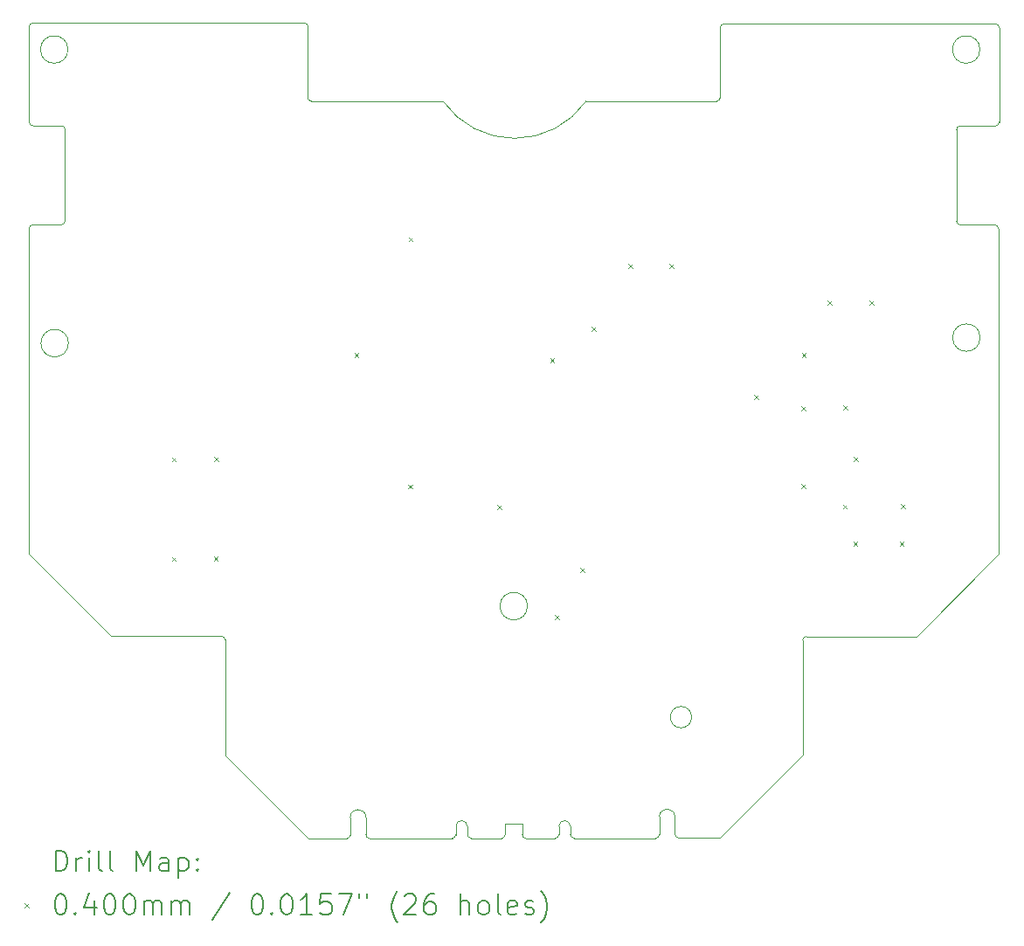
<source format=gbr>
%TF.GenerationSoftware,KiCad,Pcbnew,7.0.8*%
%TF.CreationDate,2023-12-31T22:13:18+00:00*%
%TF.ProjectId,pce-gt-controller,7063652d-6774-42d6-936f-6e74726f6c6c,rev?*%
%TF.SameCoordinates,Original*%
%TF.FileFunction,Drillmap*%
%TF.FilePolarity,Positive*%
%FSLAX45Y45*%
G04 Gerber Fmt 4.5, Leading zero omitted, Abs format (unit mm)*
G04 Created by KiCad (PCBNEW 7.0.8) date 2023-12-31 22:13:18*
%MOMM*%
%LPD*%
G01*
G04 APERTURE LIST*
%ADD10C,0.100000*%
%ADD11C,0.200000*%
%ADD12C,0.040000*%
G04 APERTURE END LIST*
D10*
X16019973Y-6689741D02*
X17282000Y-6689741D01*
X10934000Y-7887244D02*
G75*
G03*
X10969755Y-7851491I0J35755D01*
G01*
X15719491Y-13834754D02*
X15435000Y-13835000D01*
X13323754Y-5968000D02*
G75*
G03*
X13288000Y-5932245I-35755J0D01*
G01*
X13884245Y-13631509D02*
G75*
G03*
X13734232Y-13631509I-75007J0D01*
G01*
X20015755Y-11081000D02*
X19217000Y-11879754D01*
X17318472Y-6654000D02*
X17318472Y-5978000D01*
X17354282Y-5941528D02*
X19962000Y-5941528D01*
X16729232Y-13627000D02*
X16729232Y-13798000D01*
X11418000Y-11875245D02*
X10623000Y-11080246D01*
X20015755Y-11038000D02*
X20015755Y-11081000D01*
X14869245Y-13721000D02*
G75*
G03*
X14757245Y-13721000I-56000J0D01*
G01*
X19608526Y-7853000D02*
G75*
G03*
X19644282Y-7888754I35755J0D01*
G01*
X15867245Y-13798000D02*
G75*
G03*
X15903000Y-13833754I35755J0D01*
G01*
X15719491Y-13834755D02*
G75*
G03*
X15755245Y-13799000I-1J35756D01*
G01*
X14632027Y-6689741D02*
X13356000Y-6689741D01*
X12521704Y-11911000D02*
G75*
G03*
X12485947Y-11875245I-35755J0D01*
G01*
X20015756Y-7924509D02*
G75*
G03*
X19980000Y-7888754I-35756J-1D01*
G01*
X12485947Y-11875245D02*
X11418000Y-11875245D01*
X18153000Y-11879755D02*
G75*
G03*
X18117246Y-11915509I0J-35755D01*
G01*
X13698478Y-13838262D02*
G75*
G03*
X13734232Y-13802509I2J35752D01*
G01*
X16879246Y-13795491D02*
X16879246Y-13627000D01*
X10934000Y-6929245D02*
X10659000Y-6929245D01*
X19835395Y-6190000D02*
G75*
G03*
X19835395Y-6190000I-133000J0D01*
G01*
X17282718Y-6689752D02*
G75*
G03*
X17318472Y-6654000I2J35752D01*
G01*
X13884245Y-13800000D02*
X13884245Y-13631509D01*
X16693478Y-13833752D02*
G75*
G03*
X16729232Y-13798000I2J35752D01*
G01*
X12521701Y-13033965D02*
X12521701Y-11911000D01*
X13320249Y-6653986D02*
G75*
G03*
X13356000Y-6689741I35751J-4D01*
G01*
X13698478Y-13838263D02*
X13326000Y-13838263D01*
X10623246Y-6893491D02*
X10623246Y-5968000D01*
X10623245Y-6893491D02*
G75*
G03*
X10659000Y-6929245I35756J1D01*
G01*
X19698000Y-6930754D02*
X19644282Y-6930754D01*
X19644282Y-7888754D02*
X19980000Y-7888754D01*
X10659000Y-5932245D02*
X13288000Y-5932245D01*
X14869245Y-13799000D02*
X14869245Y-13721000D01*
X18117246Y-13029000D02*
X17315000Y-13831245D01*
X20021472Y-6895000D02*
X20021472Y-6844000D01*
X15198718Y-13835472D02*
G75*
G03*
X15234472Y-13799718I2J35752D01*
G01*
X19217000Y-11879754D02*
X18153000Y-11879754D01*
X10623000Y-11080246D02*
X10623000Y-7923000D01*
X15399000Y-13693000D02*
X15399245Y-13799245D01*
X20021472Y-5977282D02*
X20021472Y-6844000D01*
X10659000Y-5932245D02*
G75*
G03*
X10623246Y-5968000I0J-35755D01*
G01*
X14721491Y-13835755D02*
G75*
G03*
X14757245Y-13800000I-1J35756D01*
G01*
X15755245Y-13720000D02*
X15755245Y-13799000D01*
X16693478Y-13833754D02*
X15903000Y-13833754D01*
X14757245Y-13721000D02*
X14757245Y-13800000D01*
X19985718Y-6930754D02*
X19698000Y-6930754D01*
X19644282Y-6930758D02*
G75*
G03*
X19608528Y-6966509I-2J-35752D01*
G01*
X14632027Y-6689741D02*
G75*
G03*
X16019973Y-6689741I693973J485925D01*
G01*
X15399250Y-13799245D02*
G75*
G03*
X15435000Y-13835000I35750J-5D01*
G01*
X13734232Y-13631509D02*
X13734232Y-13802509D01*
X13326000Y-13838263D02*
X12521701Y-13033965D01*
X15234472Y-13799718D02*
X15234472Y-13693000D01*
X15451000Y-11585000D02*
G75*
G03*
X15451000Y-11585000I-133000J0D01*
G01*
X19608528Y-6966509D02*
X19608528Y-7853000D01*
X10969755Y-7851491D02*
X10969755Y-6965000D01*
X15198718Y-13835472D02*
X14905000Y-13834754D01*
X17315000Y-13831245D02*
X16915000Y-13831245D01*
X17042000Y-12661000D02*
G75*
G03*
X17042000Y-12661000I-103238J0D01*
G01*
X17354282Y-5941528D02*
G75*
G03*
X17318528Y-5977282I-2J-35752D01*
G01*
X19985718Y-5941528D02*
X19962000Y-5941528D01*
X15234472Y-13693000D02*
X15399000Y-13693000D01*
X10969755Y-6965000D02*
G75*
G03*
X10934000Y-6929245I-35755J0D01*
G01*
X16879245Y-13795491D02*
G75*
G03*
X16915000Y-13831245I35756J1D01*
G01*
X19985718Y-6930752D02*
G75*
G03*
X20021472Y-6895000I2J35752D01*
G01*
X13884245Y-13800000D02*
G75*
G03*
X13920000Y-13835754I35755J0D01*
G01*
X10658755Y-7887245D02*
X10934000Y-7887245D01*
X10998000Y-6190000D02*
G75*
G03*
X10998000Y-6190000I-133000J0D01*
G01*
X18117246Y-11915509D02*
X18117246Y-13029000D01*
X11002395Y-9036000D02*
G75*
G03*
X11002395Y-9036000I-133000J0D01*
G01*
X20015755Y-7924509D02*
X20015755Y-11038000D01*
X15867245Y-13720000D02*
G75*
G03*
X15755245Y-13720000I-56000J0D01*
G01*
X16879246Y-13627000D02*
G75*
G03*
X16729232Y-13627000I-75007J0D01*
G01*
X13323754Y-5968000D02*
X13320245Y-6653986D01*
X14869245Y-13799000D02*
G75*
G03*
X14905000Y-13834754I35755J0D01*
G01*
X15867245Y-13798000D02*
X15867245Y-13720000D01*
X20021472Y-5977282D02*
G75*
G03*
X19985718Y-5941528I-35752J2D01*
G01*
X14721491Y-13835754D02*
X13920000Y-13835754D01*
X19837395Y-8982000D02*
G75*
G03*
X19837395Y-8982000I-133000J0D01*
G01*
X10658755Y-7887250D02*
G75*
G03*
X10623000Y-7923000I-5J-35750D01*
G01*
D11*
D12*
X12005000Y-10144000D02*
X12045000Y-10184000D01*
X12045000Y-10144000D02*
X12005000Y-10184000D01*
X12005000Y-11109000D02*
X12045000Y-11149000D01*
X12045000Y-11109000D02*
X12005000Y-11149000D01*
X12412000Y-11104000D02*
X12452000Y-11144000D01*
X12452000Y-11104000D02*
X12412000Y-11144000D01*
X12415000Y-10141000D02*
X12455000Y-10181000D01*
X12455000Y-10141000D02*
X12415000Y-10181000D01*
X13774000Y-9134000D02*
X13814000Y-9174000D01*
X13814000Y-9134000D02*
X13774000Y-9174000D01*
X14295000Y-10405000D02*
X14335000Y-10445000D01*
X14335000Y-10405000D02*
X14295000Y-10445000D01*
X14299000Y-8009000D02*
X14339000Y-8049000D01*
X14339000Y-8009000D02*
X14299000Y-8049000D01*
X15161000Y-10606000D02*
X15201000Y-10646000D01*
X15201000Y-10606000D02*
X15161000Y-10646000D01*
X15671000Y-9180000D02*
X15711000Y-9220000D01*
X15711000Y-9180000D02*
X15671000Y-9220000D01*
X15718000Y-11674000D02*
X15758000Y-11714000D01*
X15758000Y-11674000D02*
X15718000Y-11714000D01*
X15965000Y-11214000D02*
X16005000Y-11254000D01*
X16005000Y-11214000D02*
X15965000Y-11254000D01*
X16071000Y-8877000D02*
X16111000Y-8917000D01*
X16111000Y-8877000D02*
X16071000Y-8917000D01*
X16426000Y-8267000D02*
X16466000Y-8307000D01*
X16466000Y-8267000D02*
X16426000Y-8307000D01*
X16828000Y-8267000D02*
X16868000Y-8307000D01*
X16868000Y-8267000D02*
X16828000Y-8307000D01*
X17645000Y-9540000D02*
X17685000Y-9580000D01*
X17685000Y-9540000D02*
X17645000Y-9580000D01*
X18103000Y-9646000D02*
X18143000Y-9686000D01*
X18143000Y-9646000D02*
X18103000Y-9686000D01*
X18104000Y-10399000D02*
X18144000Y-10439000D01*
X18144000Y-10399000D02*
X18104000Y-10439000D01*
X18108000Y-9131000D02*
X18148000Y-9171000D01*
X18148000Y-9131000D02*
X18108000Y-9171000D01*
X18360000Y-8622000D02*
X18400000Y-8662000D01*
X18400000Y-8622000D02*
X18360000Y-8662000D01*
X18508000Y-10601000D02*
X18548000Y-10641000D01*
X18548000Y-10601000D02*
X18508000Y-10641000D01*
X18512000Y-9639000D02*
X18552000Y-9679000D01*
X18552000Y-9639000D02*
X18512000Y-9679000D01*
X18609000Y-10958000D02*
X18649000Y-10998000D01*
X18649000Y-10958000D02*
X18609000Y-10998000D01*
X18612000Y-10139000D02*
X18652000Y-10179000D01*
X18652000Y-10139000D02*
X18612000Y-10179000D01*
X18766000Y-8626000D02*
X18806000Y-8666000D01*
X18806000Y-8626000D02*
X18766000Y-8666000D01*
X19057000Y-10958000D02*
X19097000Y-10998000D01*
X19097000Y-10958000D02*
X19057000Y-10998000D01*
X19069000Y-10598000D02*
X19109000Y-10638000D01*
X19109000Y-10598000D02*
X19069000Y-10638000D01*
D11*
X10878777Y-14154747D02*
X10878777Y-13954747D01*
X10878777Y-13954747D02*
X10926396Y-13954747D01*
X10926396Y-13954747D02*
X10954967Y-13964271D01*
X10954967Y-13964271D02*
X10974015Y-13983319D01*
X10974015Y-13983319D02*
X10983539Y-14002366D01*
X10983539Y-14002366D02*
X10993063Y-14040461D01*
X10993063Y-14040461D02*
X10993063Y-14069033D01*
X10993063Y-14069033D02*
X10983539Y-14107128D01*
X10983539Y-14107128D02*
X10974015Y-14126176D01*
X10974015Y-14126176D02*
X10954967Y-14145223D01*
X10954967Y-14145223D02*
X10926396Y-14154747D01*
X10926396Y-14154747D02*
X10878777Y-14154747D01*
X11078777Y-14154747D02*
X11078777Y-14021414D01*
X11078777Y-14059509D02*
X11088301Y-14040461D01*
X11088301Y-14040461D02*
X11097824Y-14030938D01*
X11097824Y-14030938D02*
X11116872Y-14021414D01*
X11116872Y-14021414D02*
X11135920Y-14021414D01*
X11202586Y-14154747D02*
X11202586Y-14021414D01*
X11202586Y-13954747D02*
X11193062Y-13964271D01*
X11193062Y-13964271D02*
X11202586Y-13973795D01*
X11202586Y-13973795D02*
X11212110Y-13964271D01*
X11212110Y-13964271D02*
X11202586Y-13954747D01*
X11202586Y-13954747D02*
X11202586Y-13973795D01*
X11326396Y-14154747D02*
X11307348Y-14145223D01*
X11307348Y-14145223D02*
X11297824Y-14126176D01*
X11297824Y-14126176D02*
X11297824Y-13954747D01*
X11431158Y-14154747D02*
X11412110Y-14145223D01*
X11412110Y-14145223D02*
X11402586Y-14126176D01*
X11402586Y-14126176D02*
X11402586Y-13954747D01*
X11659729Y-14154747D02*
X11659729Y-13954747D01*
X11659729Y-13954747D02*
X11726396Y-14097604D01*
X11726396Y-14097604D02*
X11793062Y-13954747D01*
X11793062Y-13954747D02*
X11793062Y-14154747D01*
X11974015Y-14154747D02*
X11974015Y-14049985D01*
X11974015Y-14049985D02*
X11964491Y-14030938D01*
X11964491Y-14030938D02*
X11945443Y-14021414D01*
X11945443Y-14021414D02*
X11907348Y-14021414D01*
X11907348Y-14021414D02*
X11888301Y-14030938D01*
X11974015Y-14145223D02*
X11954967Y-14154747D01*
X11954967Y-14154747D02*
X11907348Y-14154747D01*
X11907348Y-14154747D02*
X11888301Y-14145223D01*
X11888301Y-14145223D02*
X11878777Y-14126176D01*
X11878777Y-14126176D02*
X11878777Y-14107128D01*
X11878777Y-14107128D02*
X11888301Y-14088081D01*
X11888301Y-14088081D02*
X11907348Y-14078557D01*
X11907348Y-14078557D02*
X11954967Y-14078557D01*
X11954967Y-14078557D02*
X11974015Y-14069033D01*
X12069253Y-14021414D02*
X12069253Y-14221414D01*
X12069253Y-14030938D02*
X12088301Y-14021414D01*
X12088301Y-14021414D02*
X12126396Y-14021414D01*
X12126396Y-14021414D02*
X12145443Y-14030938D01*
X12145443Y-14030938D02*
X12154967Y-14040461D01*
X12154967Y-14040461D02*
X12164491Y-14059509D01*
X12164491Y-14059509D02*
X12164491Y-14116652D01*
X12164491Y-14116652D02*
X12154967Y-14135700D01*
X12154967Y-14135700D02*
X12145443Y-14145223D01*
X12145443Y-14145223D02*
X12126396Y-14154747D01*
X12126396Y-14154747D02*
X12088301Y-14154747D01*
X12088301Y-14154747D02*
X12069253Y-14145223D01*
X12250205Y-14135700D02*
X12259729Y-14145223D01*
X12259729Y-14145223D02*
X12250205Y-14154747D01*
X12250205Y-14154747D02*
X12240682Y-14145223D01*
X12240682Y-14145223D02*
X12250205Y-14135700D01*
X12250205Y-14135700D02*
X12250205Y-14154747D01*
X12250205Y-14030938D02*
X12259729Y-14040461D01*
X12259729Y-14040461D02*
X12250205Y-14049985D01*
X12250205Y-14049985D02*
X12240682Y-14040461D01*
X12240682Y-14040461D02*
X12250205Y-14030938D01*
X12250205Y-14030938D02*
X12250205Y-14049985D01*
D12*
X10578000Y-14463263D02*
X10618000Y-14503263D01*
X10618000Y-14463263D02*
X10578000Y-14503263D01*
D11*
X10916872Y-14374747D02*
X10935920Y-14374747D01*
X10935920Y-14374747D02*
X10954967Y-14384271D01*
X10954967Y-14384271D02*
X10964491Y-14393795D01*
X10964491Y-14393795D02*
X10974015Y-14412842D01*
X10974015Y-14412842D02*
X10983539Y-14450938D01*
X10983539Y-14450938D02*
X10983539Y-14498557D01*
X10983539Y-14498557D02*
X10974015Y-14536652D01*
X10974015Y-14536652D02*
X10964491Y-14555700D01*
X10964491Y-14555700D02*
X10954967Y-14565223D01*
X10954967Y-14565223D02*
X10935920Y-14574747D01*
X10935920Y-14574747D02*
X10916872Y-14574747D01*
X10916872Y-14574747D02*
X10897824Y-14565223D01*
X10897824Y-14565223D02*
X10888301Y-14555700D01*
X10888301Y-14555700D02*
X10878777Y-14536652D01*
X10878777Y-14536652D02*
X10869253Y-14498557D01*
X10869253Y-14498557D02*
X10869253Y-14450938D01*
X10869253Y-14450938D02*
X10878777Y-14412842D01*
X10878777Y-14412842D02*
X10888301Y-14393795D01*
X10888301Y-14393795D02*
X10897824Y-14384271D01*
X10897824Y-14384271D02*
X10916872Y-14374747D01*
X11069253Y-14555700D02*
X11078777Y-14565223D01*
X11078777Y-14565223D02*
X11069253Y-14574747D01*
X11069253Y-14574747D02*
X11059729Y-14565223D01*
X11059729Y-14565223D02*
X11069253Y-14555700D01*
X11069253Y-14555700D02*
X11069253Y-14574747D01*
X11250205Y-14441414D02*
X11250205Y-14574747D01*
X11202586Y-14365223D02*
X11154967Y-14508081D01*
X11154967Y-14508081D02*
X11278777Y-14508081D01*
X11393062Y-14374747D02*
X11412110Y-14374747D01*
X11412110Y-14374747D02*
X11431158Y-14384271D01*
X11431158Y-14384271D02*
X11440682Y-14393795D01*
X11440682Y-14393795D02*
X11450205Y-14412842D01*
X11450205Y-14412842D02*
X11459729Y-14450938D01*
X11459729Y-14450938D02*
X11459729Y-14498557D01*
X11459729Y-14498557D02*
X11450205Y-14536652D01*
X11450205Y-14536652D02*
X11440682Y-14555700D01*
X11440682Y-14555700D02*
X11431158Y-14565223D01*
X11431158Y-14565223D02*
X11412110Y-14574747D01*
X11412110Y-14574747D02*
X11393062Y-14574747D01*
X11393062Y-14574747D02*
X11374015Y-14565223D01*
X11374015Y-14565223D02*
X11364491Y-14555700D01*
X11364491Y-14555700D02*
X11354967Y-14536652D01*
X11354967Y-14536652D02*
X11345443Y-14498557D01*
X11345443Y-14498557D02*
X11345443Y-14450938D01*
X11345443Y-14450938D02*
X11354967Y-14412842D01*
X11354967Y-14412842D02*
X11364491Y-14393795D01*
X11364491Y-14393795D02*
X11374015Y-14384271D01*
X11374015Y-14384271D02*
X11393062Y-14374747D01*
X11583539Y-14374747D02*
X11602586Y-14374747D01*
X11602586Y-14374747D02*
X11621634Y-14384271D01*
X11621634Y-14384271D02*
X11631158Y-14393795D01*
X11631158Y-14393795D02*
X11640682Y-14412842D01*
X11640682Y-14412842D02*
X11650205Y-14450938D01*
X11650205Y-14450938D02*
X11650205Y-14498557D01*
X11650205Y-14498557D02*
X11640682Y-14536652D01*
X11640682Y-14536652D02*
X11631158Y-14555700D01*
X11631158Y-14555700D02*
X11621634Y-14565223D01*
X11621634Y-14565223D02*
X11602586Y-14574747D01*
X11602586Y-14574747D02*
X11583539Y-14574747D01*
X11583539Y-14574747D02*
X11564491Y-14565223D01*
X11564491Y-14565223D02*
X11554967Y-14555700D01*
X11554967Y-14555700D02*
X11545443Y-14536652D01*
X11545443Y-14536652D02*
X11535920Y-14498557D01*
X11535920Y-14498557D02*
X11535920Y-14450938D01*
X11535920Y-14450938D02*
X11545443Y-14412842D01*
X11545443Y-14412842D02*
X11554967Y-14393795D01*
X11554967Y-14393795D02*
X11564491Y-14384271D01*
X11564491Y-14384271D02*
X11583539Y-14374747D01*
X11735920Y-14574747D02*
X11735920Y-14441414D01*
X11735920Y-14460461D02*
X11745443Y-14450938D01*
X11745443Y-14450938D02*
X11764491Y-14441414D01*
X11764491Y-14441414D02*
X11793063Y-14441414D01*
X11793063Y-14441414D02*
X11812110Y-14450938D01*
X11812110Y-14450938D02*
X11821634Y-14469985D01*
X11821634Y-14469985D02*
X11821634Y-14574747D01*
X11821634Y-14469985D02*
X11831158Y-14450938D01*
X11831158Y-14450938D02*
X11850205Y-14441414D01*
X11850205Y-14441414D02*
X11878777Y-14441414D01*
X11878777Y-14441414D02*
X11897824Y-14450938D01*
X11897824Y-14450938D02*
X11907348Y-14469985D01*
X11907348Y-14469985D02*
X11907348Y-14574747D01*
X12002586Y-14574747D02*
X12002586Y-14441414D01*
X12002586Y-14460461D02*
X12012110Y-14450938D01*
X12012110Y-14450938D02*
X12031158Y-14441414D01*
X12031158Y-14441414D02*
X12059729Y-14441414D01*
X12059729Y-14441414D02*
X12078777Y-14450938D01*
X12078777Y-14450938D02*
X12088301Y-14469985D01*
X12088301Y-14469985D02*
X12088301Y-14574747D01*
X12088301Y-14469985D02*
X12097824Y-14450938D01*
X12097824Y-14450938D02*
X12116872Y-14441414D01*
X12116872Y-14441414D02*
X12145443Y-14441414D01*
X12145443Y-14441414D02*
X12164491Y-14450938D01*
X12164491Y-14450938D02*
X12174015Y-14469985D01*
X12174015Y-14469985D02*
X12174015Y-14574747D01*
X12564491Y-14365223D02*
X12393063Y-14622366D01*
X12821634Y-14374747D02*
X12840682Y-14374747D01*
X12840682Y-14374747D02*
X12859729Y-14384271D01*
X12859729Y-14384271D02*
X12869253Y-14393795D01*
X12869253Y-14393795D02*
X12878777Y-14412842D01*
X12878777Y-14412842D02*
X12888301Y-14450938D01*
X12888301Y-14450938D02*
X12888301Y-14498557D01*
X12888301Y-14498557D02*
X12878777Y-14536652D01*
X12878777Y-14536652D02*
X12869253Y-14555700D01*
X12869253Y-14555700D02*
X12859729Y-14565223D01*
X12859729Y-14565223D02*
X12840682Y-14574747D01*
X12840682Y-14574747D02*
X12821634Y-14574747D01*
X12821634Y-14574747D02*
X12802586Y-14565223D01*
X12802586Y-14565223D02*
X12793063Y-14555700D01*
X12793063Y-14555700D02*
X12783539Y-14536652D01*
X12783539Y-14536652D02*
X12774015Y-14498557D01*
X12774015Y-14498557D02*
X12774015Y-14450938D01*
X12774015Y-14450938D02*
X12783539Y-14412842D01*
X12783539Y-14412842D02*
X12793063Y-14393795D01*
X12793063Y-14393795D02*
X12802586Y-14384271D01*
X12802586Y-14384271D02*
X12821634Y-14374747D01*
X12974015Y-14555700D02*
X12983539Y-14565223D01*
X12983539Y-14565223D02*
X12974015Y-14574747D01*
X12974015Y-14574747D02*
X12964491Y-14565223D01*
X12964491Y-14565223D02*
X12974015Y-14555700D01*
X12974015Y-14555700D02*
X12974015Y-14574747D01*
X13107348Y-14374747D02*
X13126396Y-14374747D01*
X13126396Y-14374747D02*
X13145444Y-14384271D01*
X13145444Y-14384271D02*
X13154967Y-14393795D01*
X13154967Y-14393795D02*
X13164491Y-14412842D01*
X13164491Y-14412842D02*
X13174015Y-14450938D01*
X13174015Y-14450938D02*
X13174015Y-14498557D01*
X13174015Y-14498557D02*
X13164491Y-14536652D01*
X13164491Y-14536652D02*
X13154967Y-14555700D01*
X13154967Y-14555700D02*
X13145444Y-14565223D01*
X13145444Y-14565223D02*
X13126396Y-14574747D01*
X13126396Y-14574747D02*
X13107348Y-14574747D01*
X13107348Y-14574747D02*
X13088301Y-14565223D01*
X13088301Y-14565223D02*
X13078777Y-14555700D01*
X13078777Y-14555700D02*
X13069253Y-14536652D01*
X13069253Y-14536652D02*
X13059729Y-14498557D01*
X13059729Y-14498557D02*
X13059729Y-14450938D01*
X13059729Y-14450938D02*
X13069253Y-14412842D01*
X13069253Y-14412842D02*
X13078777Y-14393795D01*
X13078777Y-14393795D02*
X13088301Y-14384271D01*
X13088301Y-14384271D02*
X13107348Y-14374747D01*
X13364491Y-14574747D02*
X13250206Y-14574747D01*
X13307348Y-14574747D02*
X13307348Y-14374747D01*
X13307348Y-14374747D02*
X13288301Y-14403319D01*
X13288301Y-14403319D02*
X13269253Y-14422366D01*
X13269253Y-14422366D02*
X13250206Y-14431890D01*
X13545444Y-14374747D02*
X13450206Y-14374747D01*
X13450206Y-14374747D02*
X13440682Y-14469985D01*
X13440682Y-14469985D02*
X13450206Y-14460461D01*
X13450206Y-14460461D02*
X13469253Y-14450938D01*
X13469253Y-14450938D02*
X13516872Y-14450938D01*
X13516872Y-14450938D02*
X13535920Y-14460461D01*
X13535920Y-14460461D02*
X13545444Y-14469985D01*
X13545444Y-14469985D02*
X13554967Y-14489033D01*
X13554967Y-14489033D02*
X13554967Y-14536652D01*
X13554967Y-14536652D02*
X13545444Y-14555700D01*
X13545444Y-14555700D02*
X13535920Y-14565223D01*
X13535920Y-14565223D02*
X13516872Y-14574747D01*
X13516872Y-14574747D02*
X13469253Y-14574747D01*
X13469253Y-14574747D02*
X13450206Y-14565223D01*
X13450206Y-14565223D02*
X13440682Y-14555700D01*
X13621634Y-14374747D02*
X13754967Y-14374747D01*
X13754967Y-14374747D02*
X13669253Y-14574747D01*
X13821634Y-14374747D02*
X13821634Y-14412842D01*
X13897825Y-14374747D02*
X13897825Y-14412842D01*
X14193063Y-14650938D02*
X14183539Y-14641414D01*
X14183539Y-14641414D02*
X14164491Y-14612842D01*
X14164491Y-14612842D02*
X14154968Y-14593795D01*
X14154968Y-14593795D02*
X14145444Y-14565223D01*
X14145444Y-14565223D02*
X14135920Y-14517604D01*
X14135920Y-14517604D02*
X14135920Y-14479509D01*
X14135920Y-14479509D02*
X14145444Y-14431890D01*
X14145444Y-14431890D02*
X14154968Y-14403319D01*
X14154968Y-14403319D02*
X14164491Y-14384271D01*
X14164491Y-14384271D02*
X14183539Y-14355700D01*
X14183539Y-14355700D02*
X14193063Y-14346176D01*
X14259729Y-14393795D02*
X14269253Y-14384271D01*
X14269253Y-14384271D02*
X14288301Y-14374747D01*
X14288301Y-14374747D02*
X14335920Y-14374747D01*
X14335920Y-14374747D02*
X14354968Y-14384271D01*
X14354968Y-14384271D02*
X14364491Y-14393795D01*
X14364491Y-14393795D02*
X14374015Y-14412842D01*
X14374015Y-14412842D02*
X14374015Y-14431890D01*
X14374015Y-14431890D02*
X14364491Y-14460461D01*
X14364491Y-14460461D02*
X14250206Y-14574747D01*
X14250206Y-14574747D02*
X14374015Y-14574747D01*
X14545444Y-14374747D02*
X14507348Y-14374747D01*
X14507348Y-14374747D02*
X14488301Y-14384271D01*
X14488301Y-14384271D02*
X14478777Y-14393795D01*
X14478777Y-14393795D02*
X14459729Y-14422366D01*
X14459729Y-14422366D02*
X14450206Y-14460461D01*
X14450206Y-14460461D02*
X14450206Y-14536652D01*
X14450206Y-14536652D02*
X14459729Y-14555700D01*
X14459729Y-14555700D02*
X14469253Y-14565223D01*
X14469253Y-14565223D02*
X14488301Y-14574747D01*
X14488301Y-14574747D02*
X14526396Y-14574747D01*
X14526396Y-14574747D02*
X14545444Y-14565223D01*
X14545444Y-14565223D02*
X14554968Y-14555700D01*
X14554968Y-14555700D02*
X14564491Y-14536652D01*
X14564491Y-14536652D02*
X14564491Y-14489033D01*
X14564491Y-14489033D02*
X14554968Y-14469985D01*
X14554968Y-14469985D02*
X14545444Y-14460461D01*
X14545444Y-14460461D02*
X14526396Y-14450938D01*
X14526396Y-14450938D02*
X14488301Y-14450938D01*
X14488301Y-14450938D02*
X14469253Y-14460461D01*
X14469253Y-14460461D02*
X14459729Y-14469985D01*
X14459729Y-14469985D02*
X14450206Y-14489033D01*
X14802587Y-14574747D02*
X14802587Y-14374747D01*
X14888301Y-14574747D02*
X14888301Y-14469985D01*
X14888301Y-14469985D02*
X14878777Y-14450938D01*
X14878777Y-14450938D02*
X14859730Y-14441414D01*
X14859730Y-14441414D02*
X14831158Y-14441414D01*
X14831158Y-14441414D02*
X14812110Y-14450938D01*
X14812110Y-14450938D02*
X14802587Y-14460461D01*
X15012110Y-14574747D02*
X14993063Y-14565223D01*
X14993063Y-14565223D02*
X14983539Y-14555700D01*
X14983539Y-14555700D02*
X14974015Y-14536652D01*
X14974015Y-14536652D02*
X14974015Y-14479509D01*
X14974015Y-14479509D02*
X14983539Y-14460461D01*
X14983539Y-14460461D02*
X14993063Y-14450938D01*
X14993063Y-14450938D02*
X15012110Y-14441414D01*
X15012110Y-14441414D02*
X15040682Y-14441414D01*
X15040682Y-14441414D02*
X15059730Y-14450938D01*
X15059730Y-14450938D02*
X15069253Y-14460461D01*
X15069253Y-14460461D02*
X15078777Y-14479509D01*
X15078777Y-14479509D02*
X15078777Y-14536652D01*
X15078777Y-14536652D02*
X15069253Y-14555700D01*
X15069253Y-14555700D02*
X15059730Y-14565223D01*
X15059730Y-14565223D02*
X15040682Y-14574747D01*
X15040682Y-14574747D02*
X15012110Y-14574747D01*
X15193063Y-14574747D02*
X15174015Y-14565223D01*
X15174015Y-14565223D02*
X15164491Y-14546176D01*
X15164491Y-14546176D02*
X15164491Y-14374747D01*
X15345444Y-14565223D02*
X15326396Y-14574747D01*
X15326396Y-14574747D02*
X15288301Y-14574747D01*
X15288301Y-14574747D02*
X15269253Y-14565223D01*
X15269253Y-14565223D02*
X15259730Y-14546176D01*
X15259730Y-14546176D02*
X15259730Y-14469985D01*
X15259730Y-14469985D02*
X15269253Y-14450938D01*
X15269253Y-14450938D02*
X15288301Y-14441414D01*
X15288301Y-14441414D02*
X15326396Y-14441414D01*
X15326396Y-14441414D02*
X15345444Y-14450938D01*
X15345444Y-14450938D02*
X15354968Y-14469985D01*
X15354968Y-14469985D02*
X15354968Y-14489033D01*
X15354968Y-14489033D02*
X15259730Y-14508081D01*
X15431158Y-14565223D02*
X15450206Y-14574747D01*
X15450206Y-14574747D02*
X15488301Y-14574747D01*
X15488301Y-14574747D02*
X15507349Y-14565223D01*
X15507349Y-14565223D02*
X15516872Y-14546176D01*
X15516872Y-14546176D02*
X15516872Y-14536652D01*
X15516872Y-14536652D02*
X15507349Y-14517604D01*
X15507349Y-14517604D02*
X15488301Y-14508081D01*
X15488301Y-14508081D02*
X15459730Y-14508081D01*
X15459730Y-14508081D02*
X15440682Y-14498557D01*
X15440682Y-14498557D02*
X15431158Y-14479509D01*
X15431158Y-14479509D02*
X15431158Y-14469985D01*
X15431158Y-14469985D02*
X15440682Y-14450938D01*
X15440682Y-14450938D02*
X15459730Y-14441414D01*
X15459730Y-14441414D02*
X15488301Y-14441414D01*
X15488301Y-14441414D02*
X15507349Y-14450938D01*
X15583539Y-14650938D02*
X15593063Y-14641414D01*
X15593063Y-14641414D02*
X15612111Y-14612842D01*
X15612111Y-14612842D02*
X15621634Y-14593795D01*
X15621634Y-14593795D02*
X15631158Y-14565223D01*
X15631158Y-14565223D02*
X15640682Y-14517604D01*
X15640682Y-14517604D02*
X15640682Y-14479509D01*
X15640682Y-14479509D02*
X15631158Y-14431890D01*
X15631158Y-14431890D02*
X15621634Y-14403319D01*
X15621634Y-14403319D02*
X15612111Y-14384271D01*
X15612111Y-14384271D02*
X15593063Y-14355700D01*
X15593063Y-14355700D02*
X15583539Y-14346176D01*
M02*

</source>
